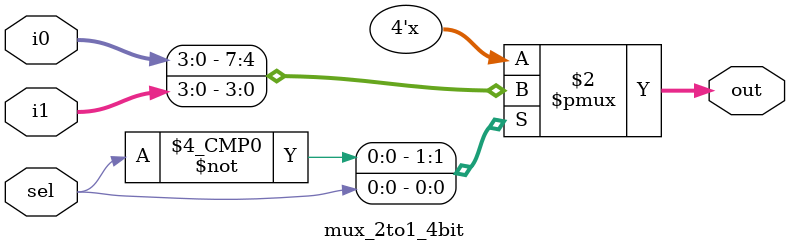
<source format=v>
module mux_2to1_4bit (i0, i1, sel, out);
    input [3:0] i0, i1;
    input sel;
    output reg [3:0] out;
    always @(i0 or i1 or sel)begin
        case (sel)
            1'b0 : out = i0;
            1'b1 : out = i1;
            default: out = 4'bx;
        endcase
    end
endmodule
</source>
